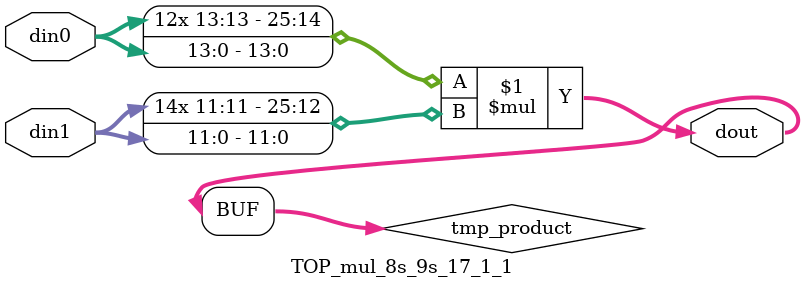
<source format=v>

`timescale 1 ns / 1 ps

  module TOP_mul_8s_9s_17_1_1(din0, din1, dout);
parameter ID = 1;
parameter NUM_STAGE = 0;
parameter din0_WIDTH = 14;
parameter din1_WIDTH = 12;
parameter dout_WIDTH = 26;

input [din0_WIDTH - 1 : 0] din0; 
input [din1_WIDTH - 1 : 0] din1; 
output [dout_WIDTH - 1 : 0] dout;

wire signed [dout_WIDTH - 1 : 0] tmp_product;













assign tmp_product = $signed(din0) * $signed(din1);








assign dout = tmp_product;







endmodule

</source>
